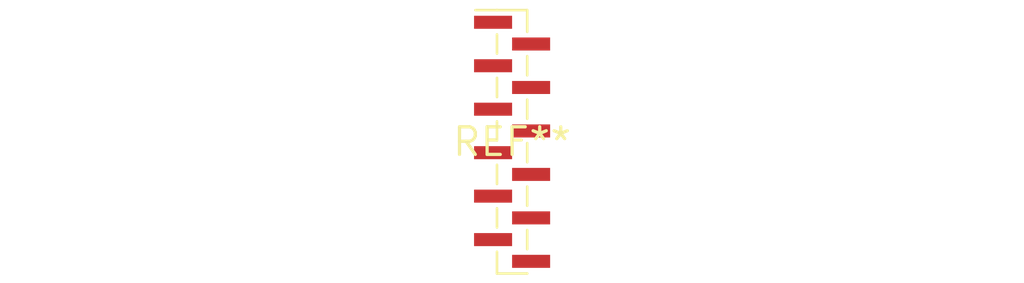
<source format=kicad_pcb>
(kicad_pcb (version 20240108) (generator pcbnew)
  (layers (0 "F.Cu" signal) (31 "B.Cu" signal) (34 "B.Paste" user) (35 "F.Paste" user) (36 "B.SilkS" user "B.Silkscreen") (37 "F.SilkS" user "F.Silkscreen") (38 "B.Mask" user) (39 "F.Mask" user) (44 "Edge.Cuts" user))
  (net 0 "")
  (footprint "PinHeader_1x12_P1.00mm_Vertical_SMD_Pin1Left" (layer "F.Cu") (at 0 0)
    (property "Reference" "REF**")
    (property "Value" "PinHeader_1x12_P1.00mm_Vertical_SMD_Pin1Left")
    (fp_line (start -0.695 -6.06) (end -1.69 -6.06) (layer "F.SilkS") (stroke (width 0.12)))
    (fp_line (start -0.695 -6.06) (end -0.695 -6.06) (layer "F.SilkS") (stroke (width 0.12)))
    (fp_line (start -0.695 -6.06) (end 0.695 -6.06) (layer "F.SilkS") (stroke (width 0.12)))
    (fp_line (start -0.695 -4.94) (end -0.695 -4.06) (layer "F.SilkS") (stroke (width 0.12)))
    (fp_line (start -0.695 -2.94) (end -0.695 -2.06) (layer "F.SilkS") (stroke (width 0.12)))
    (fp_line (start -0.695 -0.94) (end -0.695 -0.06) (layer "F.SilkS") (stroke (width 0.12)))
    (fp_line (start -0.695 1.06) (end -0.695 1.94) (layer "F.SilkS") (stroke (width 0.12)))
    (fp_line (start -0.695 3.06) (end -0.695 3.94) (layer "F.SilkS") (stroke (width 0.12)))
    (fp_line (start -0.695 5.06) (end -0.695 6.06) (layer "F.SilkS") (stroke (width 0.12)))
    (fp_line (start -0.695 6.06) (end 0.695 6.06) (layer "F.SilkS") (stroke (width 0.12)))
    (fp_line (start 0.695 -6.06) (end 0.695 -5.06) (layer "F.SilkS") (stroke (width 0.12)))
    (fp_line (start 0.695 -3.94) (end 0.695 -3.06) (layer "F.SilkS") (stroke (width 0.12)))
    (fp_line (start 0.695 -1.94) (end 0.695 -1.06) (layer "F.SilkS") (stroke (width 0.12)))
    (fp_line (start 0.695 0.06) (end 0.695 0.94) (layer "F.SilkS") (stroke (width 0.12)))
    (fp_line (start 0.695 2.06) (end 0.695 2.94) (layer "F.SilkS") (stroke (width 0.12)))
    (fp_line (start 0.695 4.06) (end 0.695 4.94) (layer "F.SilkS") (stroke (width 0.12)))
    (fp_line (start 0.695 6.06) (end 0.695 6.06) (layer "F.SilkS") (stroke (width 0.12)))
    (pad "1" smd rect (at -0.875 -5.5) (size 1.75 0.6) (layers "F.Cu" "F.Paste" "F.Mask"))
    (pad "2" smd rect (at 0.875 -4.5) (size 1.75 0.6) (layers "F.Cu" "F.Paste" "F.Mask"))
    (pad "3" smd rect (at -0.875 -3.5) (size 1.75 0.6) (layers "F.Cu" "F.Paste" "F.Mask"))
    (pad "4" smd rect (at 0.875 -2.5) (size 1.75 0.6) (layers "F.Cu" "F.Paste" "F.Mask"))
    (pad "5" smd rect (at -0.875 -1.5) (size 1.75 0.6) (layers "F.Cu" "F.Paste" "F.Mask"))
    (pad "6" smd rect (at 0.875 -0.5) (size 1.75 0.6) (layers "F.Cu" "F.Paste" "F.Mask"))
    (pad "7" smd rect (at -0.875 0.5) (size 1.75 0.6) (layers "F.Cu" "F.Paste" "F.Mask"))
    (pad "8" smd rect (at 0.875 1.5) (size 1.75 0.6) (layers "F.Cu" "F.Paste" "F.Mask"))
    (pad "9" smd rect (at -0.875 2.5) (size 1.75 0.6) (layers "F.Cu" "F.Paste" "F.Mask"))
    (pad "10" smd rect (at 0.875 3.5) (size 1.75 0.6) (layers "F.Cu" "F.Paste" "F.Mask"))
    (pad "11" smd rect (at -0.875 4.5) (size 1.75 0.6) (layers "F.Cu" "F.Paste" "F.Mask"))
    (pad "12" smd rect (at 0.875 5.5) (size 1.75 0.6) (layers "F.Cu" "F.Paste" "F.Mask"))
  )
)
</source>
